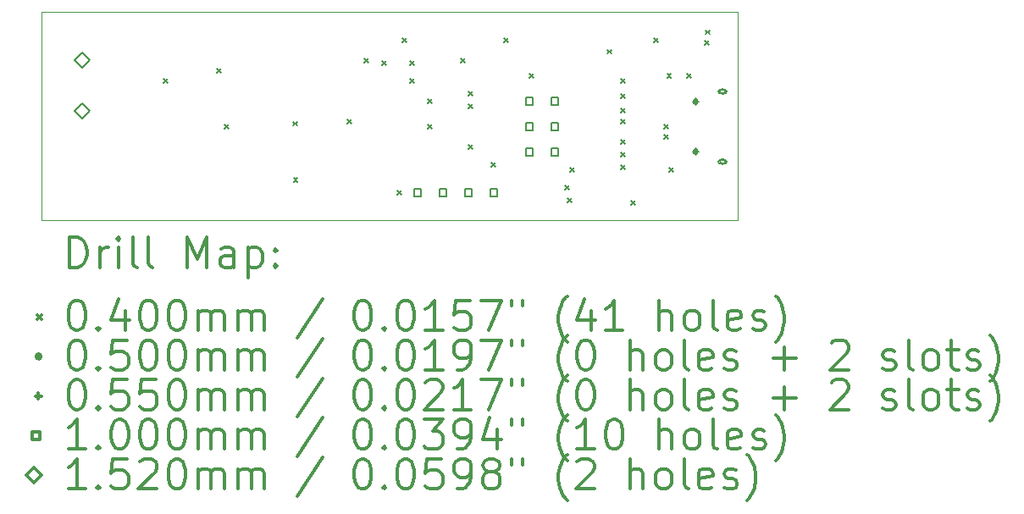
<source format=gbr>
%FSLAX45Y45*%
G04 Gerber Fmt 4.5, Leading zero omitted, Abs format (unit mm)*
G04 Created by KiCad (PCBNEW 5.1.12-84ad8e8a86~92~ubuntu20.04.1) date 2021-11-23 01:14:43*
%MOMM*%
%LPD*%
G01*
G04 APERTURE LIST*
%TA.AperFunction,Profile*%
%ADD10C,0.050000*%
%TD*%
%ADD11C,0.200000*%
%ADD12C,0.300000*%
G04 APERTURE END LIST*
D10*
X14376400Y-7010400D02*
X21336000Y-7010400D01*
X14376400Y-9093200D02*
X14376400Y-7010400D01*
X21336000Y-9093200D02*
X14376400Y-9093200D01*
X21336000Y-7010400D02*
X21336000Y-9093200D01*
D11*
X15601000Y-7676200D02*
X15641000Y-7716200D01*
X15641000Y-7676200D02*
X15601000Y-7716200D01*
X16131900Y-7577100D02*
X16171900Y-7617100D01*
X16171900Y-7577100D02*
X16131900Y-7617100D01*
X16210600Y-8133400D02*
X16250600Y-8173400D01*
X16250600Y-8133400D02*
X16210600Y-8173400D01*
X16891213Y-8104401D02*
X16931213Y-8144401D01*
X16931213Y-8104401D02*
X16891213Y-8144401D01*
X16898950Y-8664250D02*
X16938950Y-8704250D01*
X16938950Y-8664250D02*
X16898950Y-8704250D01*
X17438177Y-8080520D02*
X17478177Y-8120520D01*
X17478177Y-8080520D02*
X17438177Y-8120520D01*
X17607600Y-7473000D02*
X17647600Y-7513000D01*
X17647600Y-7473000D02*
X17607600Y-7513000D01*
X17785400Y-7498400D02*
X17825400Y-7538400D01*
X17825400Y-7498400D02*
X17785400Y-7538400D01*
X17937800Y-8793800D02*
X17977800Y-8833800D01*
X17977800Y-8793800D02*
X17937800Y-8833800D01*
X17988600Y-7269800D02*
X18028600Y-7309800D01*
X18028600Y-7269800D02*
X17988600Y-7309800D01*
X18064800Y-7498399D02*
X18104800Y-7538399D01*
X18104800Y-7498399D02*
X18064800Y-7538399D01*
X18064800Y-7676200D02*
X18104800Y-7716200D01*
X18104800Y-7676200D02*
X18064800Y-7716200D01*
X18242600Y-7879400D02*
X18282600Y-7919400D01*
X18282600Y-7879400D02*
X18242600Y-7919400D01*
X18242600Y-8133400D02*
X18282600Y-8173400D01*
X18282600Y-8133400D02*
X18242600Y-8173400D01*
X18572800Y-7473000D02*
X18612800Y-7513000D01*
X18612800Y-7473000D02*
X18572800Y-7513000D01*
X18649000Y-7803200D02*
X18689000Y-7843200D01*
X18689000Y-7803200D02*
X18649000Y-7843200D01*
X18649000Y-7930200D02*
X18689000Y-7970200D01*
X18689000Y-7930200D02*
X18649000Y-7970200D01*
X18649000Y-8336600D02*
X18689000Y-8376600D01*
X18689000Y-8336600D02*
X18649000Y-8376600D01*
X18877601Y-8514400D02*
X18917601Y-8554400D01*
X18917601Y-8514400D02*
X18877601Y-8554400D01*
X19004600Y-7269800D02*
X19044600Y-7309800D01*
X19044600Y-7269800D02*
X19004600Y-7309800D01*
X19258600Y-7625400D02*
X19298600Y-7665400D01*
X19298600Y-7625400D02*
X19258600Y-7665400D01*
X19614200Y-8743000D02*
X19654200Y-8783000D01*
X19654200Y-8743000D02*
X19614200Y-8783000D01*
X19639600Y-8870000D02*
X19679600Y-8910000D01*
X19679600Y-8870000D02*
X19639600Y-8910000D01*
X19665000Y-8565200D02*
X19705000Y-8605200D01*
X19705000Y-8565200D02*
X19665000Y-8605200D01*
X20032368Y-7384100D02*
X20072368Y-7424100D01*
X20072368Y-7384100D02*
X20032368Y-7424100D01*
X20168782Y-7973601D02*
X20208782Y-8013601D01*
X20208782Y-7973601D02*
X20168782Y-8013601D01*
X20173000Y-7676200D02*
X20213000Y-7716200D01*
X20213000Y-7676200D02*
X20173000Y-7716200D01*
X20173000Y-7828600D02*
X20213000Y-7868600D01*
X20213000Y-7828600D02*
X20173000Y-7868600D01*
X20173000Y-8082600D02*
X20213000Y-8122600D01*
X20213000Y-8082600D02*
X20173000Y-8122600D01*
X20173000Y-8285800D02*
X20213000Y-8325800D01*
X20213000Y-8285800D02*
X20173000Y-8325800D01*
X20173000Y-8412800D02*
X20213000Y-8452800D01*
X20213000Y-8412800D02*
X20173000Y-8452800D01*
X20173000Y-8539800D02*
X20213000Y-8579800D01*
X20213000Y-8539800D02*
X20173000Y-8579800D01*
X20274600Y-8895400D02*
X20314600Y-8935400D01*
X20314600Y-8895400D02*
X20274600Y-8935400D01*
X20500199Y-7269800D02*
X20540199Y-7309800D01*
X20540199Y-7269800D02*
X20500199Y-7309800D01*
X20604800Y-8133400D02*
X20644800Y-8173400D01*
X20644800Y-8133400D02*
X20604800Y-8173400D01*
X20604800Y-8235000D02*
X20644800Y-8275000D01*
X20644800Y-8235000D02*
X20604800Y-8275000D01*
X20630666Y-7624934D02*
X20670666Y-7664934D01*
X20670666Y-7624934D02*
X20630666Y-7664934D01*
X20655600Y-8565200D02*
X20695600Y-8605200D01*
X20695600Y-8565200D02*
X20655600Y-8605200D01*
X20833400Y-7625400D02*
X20873400Y-7665400D01*
X20873400Y-7625400D02*
X20833400Y-7665400D01*
X21011199Y-7295200D02*
X21051199Y-7335200D01*
X21051199Y-7295200D02*
X21011199Y-7335200D01*
X21014050Y-7190750D02*
X21054050Y-7230750D01*
X21054050Y-7190750D02*
X21014050Y-7230750D01*
X21211600Y-7803400D02*
G75*
G03*
X21211600Y-7803400I-25000J0D01*
G01*
X21154100Y-7818400D02*
X21219100Y-7818400D01*
X21154100Y-7788400D02*
X21219100Y-7788400D01*
X21219100Y-7818400D02*
G75*
G03*
X21219100Y-7788400I0J15000D01*
G01*
X21154100Y-7788400D02*
G75*
G03*
X21154100Y-7818400I0J-15000D01*
G01*
X21211600Y-8503400D02*
G75*
G03*
X21211600Y-8503400I-25000J0D01*
G01*
X21154100Y-8518400D02*
X21219100Y-8518400D01*
X21154100Y-8488400D02*
X21219100Y-8488400D01*
X21219100Y-8518400D02*
G75*
G03*
X21219100Y-8488400I0J15000D01*
G01*
X21154100Y-8488400D02*
G75*
G03*
X21154100Y-8518400I0J-15000D01*
G01*
X20916600Y-7875900D02*
X20916600Y-7930900D01*
X20889100Y-7903400D02*
X20944100Y-7903400D01*
X20934100Y-7918400D02*
X20934100Y-7888400D01*
X20899100Y-7918400D02*
X20899100Y-7888400D01*
X20934100Y-7888400D02*
G75*
G03*
X20899100Y-7888400I-17500J0D01*
G01*
X20899100Y-7918400D02*
G75*
G03*
X20934100Y-7918400I17500J0D01*
G01*
X20916600Y-8375900D02*
X20916600Y-8430900D01*
X20889100Y-8403400D02*
X20944100Y-8403400D01*
X20934100Y-8418400D02*
X20934100Y-8388400D01*
X20899100Y-8418400D02*
X20899100Y-8388400D01*
X20934100Y-8388400D02*
G75*
G03*
X20899100Y-8388400I-17500J0D01*
G01*
X20899100Y-8418400D02*
G75*
G03*
X20934100Y-8418400I17500J0D01*
G01*
X18170956Y-8849156D02*
X18170956Y-8778444D01*
X18100244Y-8778444D01*
X18100244Y-8849156D01*
X18170956Y-8849156D01*
X18424956Y-8849156D02*
X18424956Y-8778444D01*
X18354244Y-8778444D01*
X18354244Y-8849156D01*
X18424956Y-8849156D01*
X18678956Y-8849156D02*
X18678956Y-8778444D01*
X18608244Y-8778444D01*
X18608244Y-8849156D01*
X18678956Y-8849156D01*
X18932956Y-8849156D02*
X18932956Y-8778444D01*
X18862244Y-8778444D01*
X18862244Y-8849156D01*
X18932956Y-8849156D01*
X19288556Y-7934756D02*
X19288556Y-7864044D01*
X19217844Y-7864044D01*
X19217844Y-7934756D01*
X19288556Y-7934756D01*
X19288556Y-8188756D02*
X19288556Y-8118044D01*
X19217844Y-8118044D01*
X19217844Y-8188756D01*
X19288556Y-8188756D01*
X19288556Y-8442756D02*
X19288556Y-8372044D01*
X19217844Y-8372044D01*
X19217844Y-8442756D01*
X19288556Y-8442756D01*
X19542556Y-7934756D02*
X19542556Y-7864044D01*
X19471844Y-7864044D01*
X19471844Y-7934756D01*
X19542556Y-7934756D01*
X19542556Y-8188756D02*
X19542556Y-8118044D01*
X19471844Y-8118044D01*
X19471844Y-8188756D01*
X19542556Y-8188756D01*
X19542556Y-8442756D02*
X19542556Y-8372044D01*
X19471844Y-8372044D01*
X19471844Y-8442756D01*
X19542556Y-8442756D01*
X14782800Y-7569000D02*
X14858800Y-7493000D01*
X14782800Y-7417000D01*
X14706800Y-7493000D01*
X14782800Y-7569000D01*
X14782800Y-8077000D02*
X14858800Y-8001000D01*
X14782800Y-7925000D01*
X14706800Y-8001000D01*
X14782800Y-8077000D01*
D12*
X14660328Y-9561414D02*
X14660328Y-9261414D01*
X14731757Y-9261414D01*
X14774614Y-9275700D01*
X14803186Y-9304272D01*
X14817471Y-9332843D01*
X14831757Y-9389986D01*
X14831757Y-9432843D01*
X14817471Y-9489986D01*
X14803186Y-9518557D01*
X14774614Y-9547129D01*
X14731757Y-9561414D01*
X14660328Y-9561414D01*
X14960328Y-9561414D02*
X14960328Y-9361414D01*
X14960328Y-9418557D02*
X14974614Y-9389986D01*
X14988900Y-9375700D01*
X15017471Y-9361414D01*
X15046043Y-9361414D01*
X15146043Y-9561414D02*
X15146043Y-9361414D01*
X15146043Y-9261414D02*
X15131757Y-9275700D01*
X15146043Y-9289986D01*
X15160328Y-9275700D01*
X15146043Y-9261414D01*
X15146043Y-9289986D01*
X15331757Y-9561414D02*
X15303186Y-9547129D01*
X15288900Y-9518557D01*
X15288900Y-9261414D01*
X15488900Y-9561414D02*
X15460328Y-9547129D01*
X15446043Y-9518557D01*
X15446043Y-9261414D01*
X15831757Y-9561414D02*
X15831757Y-9261414D01*
X15931757Y-9475700D01*
X16031757Y-9261414D01*
X16031757Y-9561414D01*
X16303186Y-9561414D02*
X16303186Y-9404272D01*
X16288900Y-9375700D01*
X16260328Y-9361414D01*
X16203186Y-9361414D01*
X16174614Y-9375700D01*
X16303186Y-9547129D02*
X16274614Y-9561414D01*
X16203186Y-9561414D01*
X16174614Y-9547129D01*
X16160328Y-9518557D01*
X16160328Y-9489986D01*
X16174614Y-9461414D01*
X16203186Y-9447129D01*
X16274614Y-9447129D01*
X16303186Y-9432843D01*
X16446043Y-9361414D02*
X16446043Y-9661414D01*
X16446043Y-9375700D02*
X16474614Y-9361414D01*
X16531757Y-9361414D01*
X16560328Y-9375700D01*
X16574614Y-9389986D01*
X16588900Y-9418557D01*
X16588900Y-9504272D01*
X16574614Y-9532843D01*
X16560328Y-9547129D01*
X16531757Y-9561414D01*
X16474614Y-9561414D01*
X16446043Y-9547129D01*
X16717471Y-9532843D02*
X16731757Y-9547129D01*
X16717471Y-9561414D01*
X16703186Y-9547129D01*
X16717471Y-9532843D01*
X16717471Y-9561414D01*
X16717471Y-9375700D02*
X16731757Y-9389986D01*
X16717471Y-9404272D01*
X16703186Y-9389986D01*
X16717471Y-9375700D01*
X16717471Y-9404272D01*
X14333900Y-10035700D02*
X14373900Y-10075700D01*
X14373900Y-10035700D02*
X14333900Y-10075700D01*
X14717471Y-9891414D02*
X14746043Y-9891414D01*
X14774614Y-9905700D01*
X14788900Y-9919986D01*
X14803186Y-9948557D01*
X14817471Y-10005700D01*
X14817471Y-10077129D01*
X14803186Y-10134272D01*
X14788900Y-10162843D01*
X14774614Y-10177129D01*
X14746043Y-10191414D01*
X14717471Y-10191414D01*
X14688900Y-10177129D01*
X14674614Y-10162843D01*
X14660328Y-10134272D01*
X14646043Y-10077129D01*
X14646043Y-10005700D01*
X14660328Y-9948557D01*
X14674614Y-9919986D01*
X14688900Y-9905700D01*
X14717471Y-9891414D01*
X14946043Y-10162843D02*
X14960328Y-10177129D01*
X14946043Y-10191414D01*
X14931757Y-10177129D01*
X14946043Y-10162843D01*
X14946043Y-10191414D01*
X15217471Y-9991414D02*
X15217471Y-10191414D01*
X15146043Y-9877129D02*
X15074614Y-10091414D01*
X15260328Y-10091414D01*
X15431757Y-9891414D02*
X15460328Y-9891414D01*
X15488900Y-9905700D01*
X15503186Y-9919986D01*
X15517471Y-9948557D01*
X15531757Y-10005700D01*
X15531757Y-10077129D01*
X15517471Y-10134272D01*
X15503186Y-10162843D01*
X15488900Y-10177129D01*
X15460328Y-10191414D01*
X15431757Y-10191414D01*
X15403186Y-10177129D01*
X15388900Y-10162843D01*
X15374614Y-10134272D01*
X15360328Y-10077129D01*
X15360328Y-10005700D01*
X15374614Y-9948557D01*
X15388900Y-9919986D01*
X15403186Y-9905700D01*
X15431757Y-9891414D01*
X15717471Y-9891414D02*
X15746043Y-9891414D01*
X15774614Y-9905700D01*
X15788900Y-9919986D01*
X15803186Y-9948557D01*
X15817471Y-10005700D01*
X15817471Y-10077129D01*
X15803186Y-10134272D01*
X15788900Y-10162843D01*
X15774614Y-10177129D01*
X15746043Y-10191414D01*
X15717471Y-10191414D01*
X15688900Y-10177129D01*
X15674614Y-10162843D01*
X15660328Y-10134272D01*
X15646043Y-10077129D01*
X15646043Y-10005700D01*
X15660328Y-9948557D01*
X15674614Y-9919986D01*
X15688900Y-9905700D01*
X15717471Y-9891414D01*
X15946043Y-10191414D02*
X15946043Y-9991414D01*
X15946043Y-10019986D02*
X15960328Y-10005700D01*
X15988900Y-9991414D01*
X16031757Y-9991414D01*
X16060328Y-10005700D01*
X16074614Y-10034272D01*
X16074614Y-10191414D01*
X16074614Y-10034272D02*
X16088900Y-10005700D01*
X16117471Y-9991414D01*
X16160328Y-9991414D01*
X16188900Y-10005700D01*
X16203186Y-10034272D01*
X16203186Y-10191414D01*
X16346043Y-10191414D02*
X16346043Y-9991414D01*
X16346043Y-10019986D02*
X16360328Y-10005700D01*
X16388900Y-9991414D01*
X16431757Y-9991414D01*
X16460328Y-10005700D01*
X16474614Y-10034272D01*
X16474614Y-10191414D01*
X16474614Y-10034272D02*
X16488900Y-10005700D01*
X16517471Y-9991414D01*
X16560328Y-9991414D01*
X16588900Y-10005700D01*
X16603186Y-10034272D01*
X16603186Y-10191414D01*
X17188900Y-9877129D02*
X16931757Y-10262843D01*
X17574614Y-9891414D02*
X17603186Y-9891414D01*
X17631757Y-9905700D01*
X17646043Y-9919986D01*
X17660328Y-9948557D01*
X17674614Y-10005700D01*
X17674614Y-10077129D01*
X17660328Y-10134272D01*
X17646043Y-10162843D01*
X17631757Y-10177129D01*
X17603186Y-10191414D01*
X17574614Y-10191414D01*
X17546043Y-10177129D01*
X17531757Y-10162843D01*
X17517471Y-10134272D01*
X17503186Y-10077129D01*
X17503186Y-10005700D01*
X17517471Y-9948557D01*
X17531757Y-9919986D01*
X17546043Y-9905700D01*
X17574614Y-9891414D01*
X17803186Y-10162843D02*
X17817471Y-10177129D01*
X17803186Y-10191414D01*
X17788900Y-10177129D01*
X17803186Y-10162843D01*
X17803186Y-10191414D01*
X18003186Y-9891414D02*
X18031757Y-9891414D01*
X18060328Y-9905700D01*
X18074614Y-9919986D01*
X18088900Y-9948557D01*
X18103186Y-10005700D01*
X18103186Y-10077129D01*
X18088900Y-10134272D01*
X18074614Y-10162843D01*
X18060328Y-10177129D01*
X18031757Y-10191414D01*
X18003186Y-10191414D01*
X17974614Y-10177129D01*
X17960328Y-10162843D01*
X17946043Y-10134272D01*
X17931757Y-10077129D01*
X17931757Y-10005700D01*
X17946043Y-9948557D01*
X17960328Y-9919986D01*
X17974614Y-9905700D01*
X18003186Y-9891414D01*
X18388900Y-10191414D02*
X18217471Y-10191414D01*
X18303186Y-10191414D02*
X18303186Y-9891414D01*
X18274614Y-9934272D01*
X18246043Y-9962843D01*
X18217471Y-9977129D01*
X18660328Y-9891414D02*
X18517471Y-9891414D01*
X18503186Y-10034272D01*
X18517471Y-10019986D01*
X18546043Y-10005700D01*
X18617471Y-10005700D01*
X18646043Y-10019986D01*
X18660328Y-10034272D01*
X18674614Y-10062843D01*
X18674614Y-10134272D01*
X18660328Y-10162843D01*
X18646043Y-10177129D01*
X18617471Y-10191414D01*
X18546043Y-10191414D01*
X18517471Y-10177129D01*
X18503186Y-10162843D01*
X18774614Y-9891414D02*
X18974614Y-9891414D01*
X18846043Y-10191414D01*
X19074614Y-9891414D02*
X19074614Y-9948557D01*
X19188900Y-9891414D02*
X19188900Y-9948557D01*
X19631757Y-10305700D02*
X19617471Y-10291414D01*
X19588900Y-10248557D01*
X19574614Y-10219986D01*
X19560328Y-10177129D01*
X19546043Y-10105700D01*
X19546043Y-10048557D01*
X19560328Y-9977129D01*
X19574614Y-9934272D01*
X19588900Y-9905700D01*
X19617471Y-9862843D01*
X19631757Y-9848557D01*
X19874614Y-9991414D02*
X19874614Y-10191414D01*
X19803186Y-9877129D02*
X19731757Y-10091414D01*
X19917471Y-10091414D01*
X20188900Y-10191414D02*
X20017471Y-10191414D01*
X20103186Y-10191414D02*
X20103186Y-9891414D01*
X20074614Y-9934272D01*
X20046043Y-9962843D01*
X20017471Y-9977129D01*
X20546043Y-10191414D02*
X20546043Y-9891414D01*
X20674614Y-10191414D02*
X20674614Y-10034272D01*
X20660328Y-10005700D01*
X20631757Y-9991414D01*
X20588900Y-9991414D01*
X20560328Y-10005700D01*
X20546043Y-10019986D01*
X20860328Y-10191414D02*
X20831757Y-10177129D01*
X20817471Y-10162843D01*
X20803186Y-10134272D01*
X20803186Y-10048557D01*
X20817471Y-10019986D01*
X20831757Y-10005700D01*
X20860328Y-9991414D01*
X20903186Y-9991414D01*
X20931757Y-10005700D01*
X20946043Y-10019986D01*
X20960328Y-10048557D01*
X20960328Y-10134272D01*
X20946043Y-10162843D01*
X20931757Y-10177129D01*
X20903186Y-10191414D01*
X20860328Y-10191414D01*
X21131757Y-10191414D02*
X21103186Y-10177129D01*
X21088900Y-10148557D01*
X21088900Y-9891414D01*
X21360328Y-10177129D02*
X21331757Y-10191414D01*
X21274614Y-10191414D01*
X21246043Y-10177129D01*
X21231757Y-10148557D01*
X21231757Y-10034272D01*
X21246043Y-10005700D01*
X21274614Y-9991414D01*
X21331757Y-9991414D01*
X21360328Y-10005700D01*
X21374614Y-10034272D01*
X21374614Y-10062843D01*
X21231757Y-10091414D01*
X21488900Y-10177129D02*
X21517471Y-10191414D01*
X21574614Y-10191414D01*
X21603186Y-10177129D01*
X21617471Y-10148557D01*
X21617471Y-10134272D01*
X21603186Y-10105700D01*
X21574614Y-10091414D01*
X21531757Y-10091414D01*
X21503186Y-10077129D01*
X21488900Y-10048557D01*
X21488900Y-10034272D01*
X21503186Y-10005700D01*
X21531757Y-9991414D01*
X21574614Y-9991414D01*
X21603186Y-10005700D01*
X21717471Y-10305700D02*
X21731757Y-10291414D01*
X21760328Y-10248557D01*
X21774614Y-10219986D01*
X21788900Y-10177129D01*
X21803186Y-10105700D01*
X21803186Y-10048557D01*
X21788900Y-9977129D01*
X21774614Y-9934272D01*
X21760328Y-9905700D01*
X21731757Y-9862843D01*
X21717471Y-9848557D01*
X14373900Y-10451700D02*
G75*
G03*
X14373900Y-10451700I-25000J0D01*
G01*
X14717471Y-10287414D02*
X14746043Y-10287414D01*
X14774614Y-10301700D01*
X14788900Y-10315986D01*
X14803186Y-10344557D01*
X14817471Y-10401700D01*
X14817471Y-10473129D01*
X14803186Y-10530272D01*
X14788900Y-10558843D01*
X14774614Y-10573129D01*
X14746043Y-10587414D01*
X14717471Y-10587414D01*
X14688900Y-10573129D01*
X14674614Y-10558843D01*
X14660328Y-10530272D01*
X14646043Y-10473129D01*
X14646043Y-10401700D01*
X14660328Y-10344557D01*
X14674614Y-10315986D01*
X14688900Y-10301700D01*
X14717471Y-10287414D01*
X14946043Y-10558843D02*
X14960328Y-10573129D01*
X14946043Y-10587414D01*
X14931757Y-10573129D01*
X14946043Y-10558843D01*
X14946043Y-10587414D01*
X15231757Y-10287414D02*
X15088900Y-10287414D01*
X15074614Y-10430272D01*
X15088900Y-10415986D01*
X15117471Y-10401700D01*
X15188900Y-10401700D01*
X15217471Y-10415986D01*
X15231757Y-10430272D01*
X15246043Y-10458843D01*
X15246043Y-10530272D01*
X15231757Y-10558843D01*
X15217471Y-10573129D01*
X15188900Y-10587414D01*
X15117471Y-10587414D01*
X15088900Y-10573129D01*
X15074614Y-10558843D01*
X15431757Y-10287414D02*
X15460328Y-10287414D01*
X15488900Y-10301700D01*
X15503186Y-10315986D01*
X15517471Y-10344557D01*
X15531757Y-10401700D01*
X15531757Y-10473129D01*
X15517471Y-10530272D01*
X15503186Y-10558843D01*
X15488900Y-10573129D01*
X15460328Y-10587414D01*
X15431757Y-10587414D01*
X15403186Y-10573129D01*
X15388900Y-10558843D01*
X15374614Y-10530272D01*
X15360328Y-10473129D01*
X15360328Y-10401700D01*
X15374614Y-10344557D01*
X15388900Y-10315986D01*
X15403186Y-10301700D01*
X15431757Y-10287414D01*
X15717471Y-10287414D02*
X15746043Y-10287414D01*
X15774614Y-10301700D01*
X15788900Y-10315986D01*
X15803186Y-10344557D01*
X15817471Y-10401700D01*
X15817471Y-10473129D01*
X15803186Y-10530272D01*
X15788900Y-10558843D01*
X15774614Y-10573129D01*
X15746043Y-10587414D01*
X15717471Y-10587414D01*
X15688900Y-10573129D01*
X15674614Y-10558843D01*
X15660328Y-10530272D01*
X15646043Y-10473129D01*
X15646043Y-10401700D01*
X15660328Y-10344557D01*
X15674614Y-10315986D01*
X15688900Y-10301700D01*
X15717471Y-10287414D01*
X15946043Y-10587414D02*
X15946043Y-10387414D01*
X15946043Y-10415986D02*
X15960328Y-10401700D01*
X15988900Y-10387414D01*
X16031757Y-10387414D01*
X16060328Y-10401700D01*
X16074614Y-10430272D01*
X16074614Y-10587414D01*
X16074614Y-10430272D02*
X16088900Y-10401700D01*
X16117471Y-10387414D01*
X16160328Y-10387414D01*
X16188900Y-10401700D01*
X16203186Y-10430272D01*
X16203186Y-10587414D01*
X16346043Y-10587414D02*
X16346043Y-10387414D01*
X16346043Y-10415986D02*
X16360328Y-10401700D01*
X16388900Y-10387414D01*
X16431757Y-10387414D01*
X16460328Y-10401700D01*
X16474614Y-10430272D01*
X16474614Y-10587414D01*
X16474614Y-10430272D02*
X16488900Y-10401700D01*
X16517471Y-10387414D01*
X16560328Y-10387414D01*
X16588900Y-10401700D01*
X16603186Y-10430272D01*
X16603186Y-10587414D01*
X17188900Y-10273129D02*
X16931757Y-10658843D01*
X17574614Y-10287414D02*
X17603186Y-10287414D01*
X17631757Y-10301700D01*
X17646043Y-10315986D01*
X17660328Y-10344557D01*
X17674614Y-10401700D01*
X17674614Y-10473129D01*
X17660328Y-10530272D01*
X17646043Y-10558843D01*
X17631757Y-10573129D01*
X17603186Y-10587414D01*
X17574614Y-10587414D01*
X17546043Y-10573129D01*
X17531757Y-10558843D01*
X17517471Y-10530272D01*
X17503186Y-10473129D01*
X17503186Y-10401700D01*
X17517471Y-10344557D01*
X17531757Y-10315986D01*
X17546043Y-10301700D01*
X17574614Y-10287414D01*
X17803186Y-10558843D02*
X17817471Y-10573129D01*
X17803186Y-10587414D01*
X17788900Y-10573129D01*
X17803186Y-10558843D01*
X17803186Y-10587414D01*
X18003186Y-10287414D02*
X18031757Y-10287414D01*
X18060328Y-10301700D01*
X18074614Y-10315986D01*
X18088900Y-10344557D01*
X18103186Y-10401700D01*
X18103186Y-10473129D01*
X18088900Y-10530272D01*
X18074614Y-10558843D01*
X18060328Y-10573129D01*
X18031757Y-10587414D01*
X18003186Y-10587414D01*
X17974614Y-10573129D01*
X17960328Y-10558843D01*
X17946043Y-10530272D01*
X17931757Y-10473129D01*
X17931757Y-10401700D01*
X17946043Y-10344557D01*
X17960328Y-10315986D01*
X17974614Y-10301700D01*
X18003186Y-10287414D01*
X18388900Y-10587414D02*
X18217471Y-10587414D01*
X18303186Y-10587414D02*
X18303186Y-10287414D01*
X18274614Y-10330272D01*
X18246043Y-10358843D01*
X18217471Y-10373129D01*
X18531757Y-10587414D02*
X18588900Y-10587414D01*
X18617471Y-10573129D01*
X18631757Y-10558843D01*
X18660328Y-10515986D01*
X18674614Y-10458843D01*
X18674614Y-10344557D01*
X18660328Y-10315986D01*
X18646043Y-10301700D01*
X18617471Y-10287414D01*
X18560328Y-10287414D01*
X18531757Y-10301700D01*
X18517471Y-10315986D01*
X18503186Y-10344557D01*
X18503186Y-10415986D01*
X18517471Y-10444557D01*
X18531757Y-10458843D01*
X18560328Y-10473129D01*
X18617471Y-10473129D01*
X18646043Y-10458843D01*
X18660328Y-10444557D01*
X18674614Y-10415986D01*
X18774614Y-10287414D02*
X18974614Y-10287414D01*
X18846043Y-10587414D01*
X19074614Y-10287414D02*
X19074614Y-10344557D01*
X19188900Y-10287414D02*
X19188900Y-10344557D01*
X19631757Y-10701700D02*
X19617471Y-10687414D01*
X19588900Y-10644557D01*
X19574614Y-10615986D01*
X19560328Y-10573129D01*
X19546043Y-10501700D01*
X19546043Y-10444557D01*
X19560328Y-10373129D01*
X19574614Y-10330272D01*
X19588900Y-10301700D01*
X19617471Y-10258843D01*
X19631757Y-10244557D01*
X19803186Y-10287414D02*
X19831757Y-10287414D01*
X19860328Y-10301700D01*
X19874614Y-10315986D01*
X19888900Y-10344557D01*
X19903186Y-10401700D01*
X19903186Y-10473129D01*
X19888900Y-10530272D01*
X19874614Y-10558843D01*
X19860328Y-10573129D01*
X19831757Y-10587414D01*
X19803186Y-10587414D01*
X19774614Y-10573129D01*
X19760328Y-10558843D01*
X19746043Y-10530272D01*
X19731757Y-10473129D01*
X19731757Y-10401700D01*
X19746043Y-10344557D01*
X19760328Y-10315986D01*
X19774614Y-10301700D01*
X19803186Y-10287414D01*
X20260328Y-10587414D02*
X20260328Y-10287414D01*
X20388900Y-10587414D02*
X20388900Y-10430272D01*
X20374614Y-10401700D01*
X20346043Y-10387414D01*
X20303186Y-10387414D01*
X20274614Y-10401700D01*
X20260328Y-10415986D01*
X20574614Y-10587414D02*
X20546043Y-10573129D01*
X20531757Y-10558843D01*
X20517471Y-10530272D01*
X20517471Y-10444557D01*
X20531757Y-10415986D01*
X20546043Y-10401700D01*
X20574614Y-10387414D01*
X20617471Y-10387414D01*
X20646043Y-10401700D01*
X20660328Y-10415986D01*
X20674614Y-10444557D01*
X20674614Y-10530272D01*
X20660328Y-10558843D01*
X20646043Y-10573129D01*
X20617471Y-10587414D01*
X20574614Y-10587414D01*
X20846043Y-10587414D02*
X20817471Y-10573129D01*
X20803186Y-10544557D01*
X20803186Y-10287414D01*
X21074614Y-10573129D02*
X21046043Y-10587414D01*
X20988900Y-10587414D01*
X20960328Y-10573129D01*
X20946043Y-10544557D01*
X20946043Y-10430272D01*
X20960328Y-10401700D01*
X20988900Y-10387414D01*
X21046043Y-10387414D01*
X21074614Y-10401700D01*
X21088900Y-10430272D01*
X21088900Y-10458843D01*
X20946043Y-10487414D01*
X21203186Y-10573129D02*
X21231757Y-10587414D01*
X21288900Y-10587414D01*
X21317471Y-10573129D01*
X21331757Y-10544557D01*
X21331757Y-10530272D01*
X21317471Y-10501700D01*
X21288900Y-10487414D01*
X21246043Y-10487414D01*
X21217471Y-10473129D01*
X21203186Y-10444557D01*
X21203186Y-10430272D01*
X21217471Y-10401700D01*
X21246043Y-10387414D01*
X21288900Y-10387414D01*
X21317471Y-10401700D01*
X21688900Y-10473129D02*
X21917471Y-10473129D01*
X21803186Y-10587414D02*
X21803186Y-10358843D01*
X22274614Y-10315986D02*
X22288900Y-10301700D01*
X22317471Y-10287414D01*
X22388900Y-10287414D01*
X22417471Y-10301700D01*
X22431757Y-10315986D01*
X22446043Y-10344557D01*
X22446043Y-10373129D01*
X22431757Y-10415986D01*
X22260328Y-10587414D01*
X22446043Y-10587414D01*
X22788900Y-10573129D02*
X22817471Y-10587414D01*
X22874614Y-10587414D01*
X22903186Y-10573129D01*
X22917471Y-10544557D01*
X22917471Y-10530272D01*
X22903186Y-10501700D01*
X22874614Y-10487414D01*
X22831757Y-10487414D01*
X22803186Y-10473129D01*
X22788900Y-10444557D01*
X22788900Y-10430272D01*
X22803186Y-10401700D01*
X22831757Y-10387414D01*
X22874614Y-10387414D01*
X22903186Y-10401700D01*
X23088900Y-10587414D02*
X23060328Y-10573129D01*
X23046043Y-10544557D01*
X23046043Y-10287414D01*
X23246043Y-10587414D02*
X23217471Y-10573129D01*
X23203186Y-10558843D01*
X23188900Y-10530272D01*
X23188900Y-10444557D01*
X23203186Y-10415986D01*
X23217471Y-10401700D01*
X23246043Y-10387414D01*
X23288900Y-10387414D01*
X23317471Y-10401700D01*
X23331757Y-10415986D01*
X23346043Y-10444557D01*
X23346043Y-10530272D01*
X23331757Y-10558843D01*
X23317471Y-10573129D01*
X23288900Y-10587414D01*
X23246043Y-10587414D01*
X23431757Y-10387414D02*
X23546043Y-10387414D01*
X23474614Y-10287414D02*
X23474614Y-10544557D01*
X23488900Y-10573129D01*
X23517471Y-10587414D01*
X23546043Y-10587414D01*
X23631757Y-10573129D02*
X23660328Y-10587414D01*
X23717471Y-10587414D01*
X23746043Y-10573129D01*
X23760328Y-10544557D01*
X23760328Y-10530272D01*
X23746043Y-10501700D01*
X23717471Y-10487414D01*
X23674614Y-10487414D01*
X23646043Y-10473129D01*
X23631757Y-10444557D01*
X23631757Y-10430272D01*
X23646043Y-10401700D01*
X23674614Y-10387414D01*
X23717471Y-10387414D01*
X23746043Y-10401700D01*
X23860328Y-10701700D02*
X23874614Y-10687414D01*
X23903186Y-10644557D01*
X23917471Y-10615986D01*
X23931757Y-10573129D01*
X23946043Y-10501700D01*
X23946043Y-10444557D01*
X23931757Y-10373129D01*
X23917471Y-10330272D01*
X23903186Y-10301700D01*
X23874614Y-10258843D01*
X23860328Y-10244557D01*
X14346400Y-10820200D02*
X14346400Y-10875200D01*
X14318900Y-10847700D02*
X14373900Y-10847700D01*
X14717471Y-10683414D02*
X14746043Y-10683414D01*
X14774614Y-10697700D01*
X14788900Y-10711986D01*
X14803186Y-10740557D01*
X14817471Y-10797700D01*
X14817471Y-10869129D01*
X14803186Y-10926272D01*
X14788900Y-10954843D01*
X14774614Y-10969129D01*
X14746043Y-10983414D01*
X14717471Y-10983414D01*
X14688900Y-10969129D01*
X14674614Y-10954843D01*
X14660328Y-10926272D01*
X14646043Y-10869129D01*
X14646043Y-10797700D01*
X14660328Y-10740557D01*
X14674614Y-10711986D01*
X14688900Y-10697700D01*
X14717471Y-10683414D01*
X14946043Y-10954843D02*
X14960328Y-10969129D01*
X14946043Y-10983414D01*
X14931757Y-10969129D01*
X14946043Y-10954843D01*
X14946043Y-10983414D01*
X15231757Y-10683414D02*
X15088900Y-10683414D01*
X15074614Y-10826272D01*
X15088900Y-10811986D01*
X15117471Y-10797700D01*
X15188900Y-10797700D01*
X15217471Y-10811986D01*
X15231757Y-10826272D01*
X15246043Y-10854843D01*
X15246043Y-10926272D01*
X15231757Y-10954843D01*
X15217471Y-10969129D01*
X15188900Y-10983414D01*
X15117471Y-10983414D01*
X15088900Y-10969129D01*
X15074614Y-10954843D01*
X15517471Y-10683414D02*
X15374614Y-10683414D01*
X15360328Y-10826272D01*
X15374614Y-10811986D01*
X15403186Y-10797700D01*
X15474614Y-10797700D01*
X15503186Y-10811986D01*
X15517471Y-10826272D01*
X15531757Y-10854843D01*
X15531757Y-10926272D01*
X15517471Y-10954843D01*
X15503186Y-10969129D01*
X15474614Y-10983414D01*
X15403186Y-10983414D01*
X15374614Y-10969129D01*
X15360328Y-10954843D01*
X15717471Y-10683414D02*
X15746043Y-10683414D01*
X15774614Y-10697700D01*
X15788900Y-10711986D01*
X15803186Y-10740557D01*
X15817471Y-10797700D01*
X15817471Y-10869129D01*
X15803186Y-10926272D01*
X15788900Y-10954843D01*
X15774614Y-10969129D01*
X15746043Y-10983414D01*
X15717471Y-10983414D01*
X15688900Y-10969129D01*
X15674614Y-10954843D01*
X15660328Y-10926272D01*
X15646043Y-10869129D01*
X15646043Y-10797700D01*
X15660328Y-10740557D01*
X15674614Y-10711986D01*
X15688900Y-10697700D01*
X15717471Y-10683414D01*
X15946043Y-10983414D02*
X15946043Y-10783414D01*
X15946043Y-10811986D02*
X15960328Y-10797700D01*
X15988900Y-10783414D01*
X16031757Y-10783414D01*
X16060328Y-10797700D01*
X16074614Y-10826272D01*
X16074614Y-10983414D01*
X16074614Y-10826272D02*
X16088900Y-10797700D01*
X16117471Y-10783414D01*
X16160328Y-10783414D01*
X16188900Y-10797700D01*
X16203186Y-10826272D01*
X16203186Y-10983414D01*
X16346043Y-10983414D02*
X16346043Y-10783414D01*
X16346043Y-10811986D02*
X16360328Y-10797700D01*
X16388900Y-10783414D01*
X16431757Y-10783414D01*
X16460328Y-10797700D01*
X16474614Y-10826272D01*
X16474614Y-10983414D01*
X16474614Y-10826272D02*
X16488900Y-10797700D01*
X16517471Y-10783414D01*
X16560328Y-10783414D01*
X16588900Y-10797700D01*
X16603186Y-10826272D01*
X16603186Y-10983414D01*
X17188900Y-10669129D02*
X16931757Y-11054843D01*
X17574614Y-10683414D02*
X17603186Y-10683414D01*
X17631757Y-10697700D01*
X17646043Y-10711986D01*
X17660328Y-10740557D01*
X17674614Y-10797700D01*
X17674614Y-10869129D01*
X17660328Y-10926272D01*
X17646043Y-10954843D01*
X17631757Y-10969129D01*
X17603186Y-10983414D01*
X17574614Y-10983414D01*
X17546043Y-10969129D01*
X17531757Y-10954843D01*
X17517471Y-10926272D01*
X17503186Y-10869129D01*
X17503186Y-10797700D01*
X17517471Y-10740557D01*
X17531757Y-10711986D01*
X17546043Y-10697700D01*
X17574614Y-10683414D01*
X17803186Y-10954843D02*
X17817471Y-10969129D01*
X17803186Y-10983414D01*
X17788900Y-10969129D01*
X17803186Y-10954843D01*
X17803186Y-10983414D01*
X18003186Y-10683414D02*
X18031757Y-10683414D01*
X18060328Y-10697700D01*
X18074614Y-10711986D01*
X18088900Y-10740557D01*
X18103186Y-10797700D01*
X18103186Y-10869129D01*
X18088900Y-10926272D01*
X18074614Y-10954843D01*
X18060328Y-10969129D01*
X18031757Y-10983414D01*
X18003186Y-10983414D01*
X17974614Y-10969129D01*
X17960328Y-10954843D01*
X17946043Y-10926272D01*
X17931757Y-10869129D01*
X17931757Y-10797700D01*
X17946043Y-10740557D01*
X17960328Y-10711986D01*
X17974614Y-10697700D01*
X18003186Y-10683414D01*
X18217471Y-10711986D02*
X18231757Y-10697700D01*
X18260328Y-10683414D01*
X18331757Y-10683414D01*
X18360328Y-10697700D01*
X18374614Y-10711986D01*
X18388900Y-10740557D01*
X18388900Y-10769129D01*
X18374614Y-10811986D01*
X18203186Y-10983414D01*
X18388900Y-10983414D01*
X18674614Y-10983414D02*
X18503186Y-10983414D01*
X18588900Y-10983414D02*
X18588900Y-10683414D01*
X18560328Y-10726272D01*
X18531757Y-10754843D01*
X18503186Y-10769129D01*
X18774614Y-10683414D02*
X18974614Y-10683414D01*
X18846043Y-10983414D01*
X19074614Y-10683414D02*
X19074614Y-10740557D01*
X19188900Y-10683414D02*
X19188900Y-10740557D01*
X19631757Y-11097700D02*
X19617471Y-11083414D01*
X19588900Y-11040557D01*
X19574614Y-11011986D01*
X19560328Y-10969129D01*
X19546043Y-10897700D01*
X19546043Y-10840557D01*
X19560328Y-10769129D01*
X19574614Y-10726272D01*
X19588900Y-10697700D01*
X19617471Y-10654843D01*
X19631757Y-10640557D01*
X19803186Y-10683414D02*
X19831757Y-10683414D01*
X19860328Y-10697700D01*
X19874614Y-10711986D01*
X19888900Y-10740557D01*
X19903186Y-10797700D01*
X19903186Y-10869129D01*
X19888900Y-10926272D01*
X19874614Y-10954843D01*
X19860328Y-10969129D01*
X19831757Y-10983414D01*
X19803186Y-10983414D01*
X19774614Y-10969129D01*
X19760328Y-10954843D01*
X19746043Y-10926272D01*
X19731757Y-10869129D01*
X19731757Y-10797700D01*
X19746043Y-10740557D01*
X19760328Y-10711986D01*
X19774614Y-10697700D01*
X19803186Y-10683414D01*
X20260328Y-10983414D02*
X20260328Y-10683414D01*
X20388900Y-10983414D02*
X20388900Y-10826272D01*
X20374614Y-10797700D01*
X20346043Y-10783414D01*
X20303186Y-10783414D01*
X20274614Y-10797700D01*
X20260328Y-10811986D01*
X20574614Y-10983414D02*
X20546043Y-10969129D01*
X20531757Y-10954843D01*
X20517471Y-10926272D01*
X20517471Y-10840557D01*
X20531757Y-10811986D01*
X20546043Y-10797700D01*
X20574614Y-10783414D01*
X20617471Y-10783414D01*
X20646043Y-10797700D01*
X20660328Y-10811986D01*
X20674614Y-10840557D01*
X20674614Y-10926272D01*
X20660328Y-10954843D01*
X20646043Y-10969129D01*
X20617471Y-10983414D01*
X20574614Y-10983414D01*
X20846043Y-10983414D02*
X20817471Y-10969129D01*
X20803186Y-10940557D01*
X20803186Y-10683414D01*
X21074614Y-10969129D02*
X21046043Y-10983414D01*
X20988900Y-10983414D01*
X20960328Y-10969129D01*
X20946043Y-10940557D01*
X20946043Y-10826272D01*
X20960328Y-10797700D01*
X20988900Y-10783414D01*
X21046043Y-10783414D01*
X21074614Y-10797700D01*
X21088900Y-10826272D01*
X21088900Y-10854843D01*
X20946043Y-10883414D01*
X21203186Y-10969129D02*
X21231757Y-10983414D01*
X21288900Y-10983414D01*
X21317471Y-10969129D01*
X21331757Y-10940557D01*
X21331757Y-10926272D01*
X21317471Y-10897700D01*
X21288900Y-10883414D01*
X21246043Y-10883414D01*
X21217471Y-10869129D01*
X21203186Y-10840557D01*
X21203186Y-10826272D01*
X21217471Y-10797700D01*
X21246043Y-10783414D01*
X21288900Y-10783414D01*
X21317471Y-10797700D01*
X21688900Y-10869129D02*
X21917471Y-10869129D01*
X21803186Y-10983414D02*
X21803186Y-10754843D01*
X22274614Y-10711986D02*
X22288900Y-10697700D01*
X22317471Y-10683414D01*
X22388900Y-10683414D01*
X22417471Y-10697700D01*
X22431757Y-10711986D01*
X22446043Y-10740557D01*
X22446043Y-10769129D01*
X22431757Y-10811986D01*
X22260328Y-10983414D01*
X22446043Y-10983414D01*
X22788900Y-10969129D02*
X22817471Y-10983414D01*
X22874614Y-10983414D01*
X22903186Y-10969129D01*
X22917471Y-10940557D01*
X22917471Y-10926272D01*
X22903186Y-10897700D01*
X22874614Y-10883414D01*
X22831757Y-10883414D01*
X22803186Y-10869129D01*
X22788900Y-10840557D01*
X22788900Y-10826272D01*
X22803186Y-10797700D01*
X22831757Y-10783414D01*
X22874614Y-10783414D01*
X22903186Y-10797700D01*
X23088900Y-10983414D02*
X23060328Y-10969129D01*
X23046043Y-10940557D01*
X23046043Y-10683414D01*
X23246043Y-10983414D02*
X23217471Y-10969129D01*
X23203186Y-10954843D01*
X23188900Y-10926272D01*
X23188900Y-10840557D01*
X23203186Y-10811986D01*
X23217471Y-10797700D01*
X23246043Y-10783414D01*
X23288900Y-10783414D01*
X23317471Y-10797700D01*
X23331757Y-10811986D01*
X23346043Y-10840557D01*
X23346043Y-10926272D01*
X23331757Y-10954843D01*
X23317471Y-10969129D01*
X23288900Y-10983414D01*
X23246043Y-10983414D01*
X23431757Y-10783414D02*
X23546043Y-10783414D01*
X23474614Y-10683414D02*
X23474614Y-10940557D01*
X23488900Y-10969129D01*
X23517471Y-10983414D01*
X23546043Y-10983414D01*
X23631757Y-10969129D02*
X23660328Y-10983414D01*
X23717471Y-10983414D01*
X23746043Y-10969129D01*
X23760328Y-10940557D01*
X23760328Y-10926272D01*
X23746043Y-10897700D01*
X23717471Y-10883414D01*
X23674614Y-10883414D01*
X23646043Y-10869129D01*
X23631757Y-10840557D01*
X23631757Y-10826272D01*
X23646043Y-10797700D01*
X23674614Y-10783414D01*
X23717471Y-10783414D01*
X23746043Y-10797700D01*
X23860328Y-11097700D02*
X23874614Y-11083414D01*
X23903186Y-11040557D01*
X23917471Y-11011986D01*
X23931757Y-10969129D01*
X23946043Y-10897700D01*
X23946043Y-10840557D01*
X23931757Y-10769129D01*
X23917471Y-10726272D01*
X23903186Y-10697700D01*
X23874614Y-10654843D01*
X23860328Y-10640557D01*
X14359256Y-11279056D02*
X14359256Y-11208344D01*
X14288544Y-11208344D01*
X14288544Y-11279056D01*
X14359256Y-11279056D01*
X14817471Y-11379414D02*
X14646043Y-11379414D01*
X14731757Y-11379414D02*
X14731757Y-11079414D01*
X14703186Y-11122272D01*
X14674614Y-11150843D01*
X14646043Y-11165129D01*
X14946043Y-11350843D02*
X14960328Y-11365129D01*
X14946043Y-11379414D01*
X14931757Y-11365129D01*
X14946043Y-11350843D01*
X14946043Y-11379414D01*
X15146043Y-11079414D02*
X15174614Y-11079414D01*
X15203186Y-11093700D01*
X15217471Y-11107986D01*
X15231757Y-11136557D01*
X15246043Y-11193700D01*
X15246043Y-11265129D01*
X15231757Y-11322271D01*
X15217471Y-11350843D01*
X15203186Y-11365129D01*
X15174614Y-11379414D01*
X15146043Y-11379414D01*
X15117471Y-11365129D01*
X15103186Y-11350843D01*
X15088900Y-11322271D01*
X15074614Y-11265129D01*
X15074614Y-11193700D01*
X15088900Y-11136557D01*
X15103186Y-11107986D01*
X15117471Y-11093700D01*
X15146043Y-11079414D01*
X15431757Y-11079414D02*
X15460328Y-11079414D01*
X15488900Y-11093700D01*
X15503186Y-11107986D01*
X15517471Y-11136557D01*
X15531757Y-11193700D01*
X15531757Y-11265129D01*
X15517471Y-11322271D01*
X15503186Y-11350843D01*
X15488900Y-11365129D01*
X15460328Y-11379414D01*
X15431757Y-11379414D01*
X15403186Y-11365129D01*
X15388900Y-11350843D01*
X15374614Y-11322271D01*
X15360328Y-11265129D01*
X15360328Y-11193700D01*
X15374614Y-11136557D01*
X15388900Y-11107986D01*
X15403186Y-11093700D01*
X15431757Y-11079414D01*
X15717471Y-11079414D02*
X15746043Y-11079414D01*
X15774614Y-11093700D01*
X15788900Y-11107986D01*
X15803186Y-11136557D01*
X15817471Y-11193700D01*
X15817471Y-11265129D01*
X15803186Y-11322271D01*
X15788900Y-11350843D01*
X15774614Y-11365129D01*
X15746043Y-11379414D01*
X15717471Y-11379414D01*
X15688900Y-11365129D01*
X15674614Y-11350843D01*
X15660328Y-11322271D01*
X15646043Y-11265129D01*
X15646043Y-11193700D01*
X15660328Y-11136557D01*
X15674614Y-11107986D01*
X15688900Y-11093700D01*
X15717471Y-11079414D01*
X15946043Y-11379414D02*
X15946043Y-11179414D01*
X15946043Y-11207986D02*
X15960328Y-11193700D01*
X15988900Y-11179414D01*
X16031757Y-11179414D01*
X16060328Y-11193700D01*
X16074614Y-11222271D01*
X16074614Y-11379414D01*
X16074614Y-11222271D02*
X16088900Y-11193700D01*
X16117471Y-11179414D01*
X16160328Y-11179414D01*
X16188900Y-11193700D01*
X16203186Y-11222271D01*
X16203186Y-11379414D01*
X16346043Y-11379414D02*
X16346043Y-11179414D01*
X16346043Y-11207986D02*
X16360328Y-11193700D01*
X16388900Y-11179414D01*
X16431757Y-11179414D01*
X16460328Y-11193700D01*
X16474614Y-11222271D01*
X16474614Y-11379414D01*
X16474614Y-11222271D02*
X16488900Y-11193700D01*
X16517471Y-11179414D01*
X16560328Y-11179414D01*
X16588900Y-11193700D01*
X16603186Y-11222271D01*
X16603186Y-11379414D01*
X17188900Y-11065129D02*
X16931757Y-11450843D01*
X17574614Y-11079414D02*
X17603186Y-11079414D01*
X17631757Y-11093700D01*
X17646043Y-11107986D01*
X17660328Y-11136557D01*
X17674614Y-11193700D01*
X17674614Y-11265129D01*
X17660328Y-11322271D01*
X17646043Y-11350843D01*
X17631757Y-11365129D01*
X17603186Y-11379414D01*
X17574614Y-11379414D01*
X17546043Y-11365129D01*
X17531757Y-11350843D01*
X17517471Y-11322271D01*
X17503186Y-11265129D01*
X17503186Y-11193700D01*
X17517471Y-11136557D01*
X17531757Y-11107986D01*
X17546043Y-11093700D01*
X17574614Y-11079414D01*
X17803186Y-11350843D02*
X17817471Y-11365129D01*
X17803186Y-11379414D01*
X17788900Y-11365129D01*
X17803186Y-11350843D01*
X17803186Y-11379414D01*
X18003186Y-11079414D02*
X18031757Y-11079414D01*
X18060328Y-11093700D01*
X18074614Y-11107986D01*
X18088900Y-11136557D01*
X18103186Y-11193700D01*
X18103186Y-11265129D01*
X18088900Y-11322271D01*
X18074614Y-11350843D01*
X18060328Y-11365129D01*
X18031757Y-11379414D01*
X18003186Y-11379414D01*
X17974614Y-11365129D01*
X17960328Y-11350843D01*
X17946043Y-11322271D01*
X17931757Y-11265129D01*
X17931757Y-11193700D01*
X17946043Y-11136557D01*
X17960328Y-11107986D01*
X17974614Y-11093700D01*
X18003186Y-11079414D01*
X18203186Y-11079414D02*
X18388900Y-11079414D01*
X18288900Y-11193700D01*
X18331757Y-11193700D01*
X18360328Y-11207986D01*
X18374614Y-11222271D01*
X18388900Y-11250843D01*
X18388900Y-11322271D01*
X18374614Y-11350843D01*
X18360328Y-11365129D01*
X18331757Y-11379414D01*
X18246043Y-11379414D01*
X18217471Y-11365129D01*
X18203186Y-11350843D01*
X18531757Y-11379414D02*
X18588900Y-11379414D01*
X18617471Y-11365129D01*
X18631757Y-11350843D01*
X18660328Y-11307986D01*
X18674614Y-11250843D01*
X18674614Y-11136557D01*
X18660328Y-11107986D01*
X18646043Y-11093700D01*
X18617471Y-11079414D01*
X18560328Y-11079414D01*
X18531757Y-11093700D01*
X18517471Y-11107986D01*
X18503186Y-11136557D01*
X18503186Y-11207986D01*
X18517471Y-11236557D01*
X18531757Y-11250843D01*
X18560328Y-11265129D01*
X18617471Y-11265129D01*
X18646043Y-11250843D01*
X18660328Y-11236557D01*
X18674614Y-11207986D01*
X18931757Y-11179414D02*
X18931757Y-11379414D01*
X18860328Y-11065129D02*
X18788900Y-11279414D01*
X18974614Y-11279414D01*
X19074614Y-11079414D02*
X19074614Y-11136557D01*
X19188900Y-11079414D02*
X19188900Y-11136557D01*
X19631757Y-11493700D02*
X19617471Y-11479414D01*
X19588900Y-11436557D01*
X19574614Y-11407986D01*
X19560328Y-11365129D01*
X19546043Y-11293700D01*
X19546043Y-11236557D01*
X19560328Y-11165129D01*
X19574614Y-11122272D01*
X19588900Y-11093700D01*
X19617471Y-11050843D01*
X19631757Y-11036557D01*
X19903186Y-11379414D02*
X19731757Y-11379414D01*
X19817471Y-11379414D02*
X19817471Y-11079414D01*
X19788900Y-11122272D01*
X19760328Y-11150843D01*
X19731757Y-11165129D01*
X20088900Y-11079414D02*
X20117471Y-11079414D01*
X20146043Y-11093700D01*
X20160328Y-11107986D01*
X20174614Y-11136557D01*
X20188900Y-11193700D01*
X20188900Y-11265129D01*
X20174614Y-11322271D01*
X20160328Y-11350843D01*
X20146043Y-11365129D01*
X20117471Y-11379414D01*
X20088900Y-11379414D01*
X20060328Y-11365129D01*
X20046043Y-11350843D01*
X20031757Y-11322271D01*
X20017471Y-11265129D01*
X20017471Y-11193700D01*
X20031757Y-11136557D01*
X20046043Y-11107986D01*
X20060328Y-11093700D01*
X20088900Y-11079414D01*
X20546043Y-11379414D02*
X20546043Y-11079414D01*
X20674614Y-11379414D02*
X20674614Y-11222271D01*
X20660328Y-11193700D01*
X20631757Y-11179414D01*
X20588900Y-11179414D01*
X20560328Y-11193700D01*
X20546043Y-11207986D01*
X20860328Y-11379414D02*
X20831757Y-11365129D01*
X20817471Y-11350843D01*
X20803186Y-11322271D01*
X20803186Y-11236557D01*
X20817471Y-11207986D01*
X20831757Y-11193700D01*
X20860328Y-11179414D01*
X20903186Y-11179414D01*
X20931757Y-11193700D01*
X20946043Y-11207986D01*
X20960328Y-11236557D01*
X20960328Y-11322271D01*
X20946043Y-11350843D01*
X20931757Y-11365129D01*
X20903186Y-11379414D01*
X20860328Y-11379414D01*
X21131757Y-11379414D02*
X21103186Y-11365129D01*
X21088900Y-11336557D01*
X21088900Y-11079414D01*
X21360328Y-11365129D02*
X21331757Y-11379414D01*
X21274614Y-11379414D01*
X21246043Y-11365129D01*
X21231757Y-11336557D01*
X21231757Y-11222271D01*
X21246043Y-11193700D01*
X21274614Y-11179414D01*
X21331757Y-11179414D01*
X21360328Y-11193700D01*
X21374614Y-11222271D01*
X21374614Y-11250843D01*
X21231757Y-11279414D01*
X21488900Y-11365129D02*
X21517471Y-11379414D01*
X21574614Y-11379414D01*
X21603186Y-11365129D01*
X21617471Y-11336557D01*
X21617471Y-11322271D01*
X21603186Y-11293700D01*
X21574614Y-11279414D01*
X21531757Y-11279414D01*
X21503186Y-11265129D01*
X21488900Y-11236557D01*
X21488900Y-11222271D01*
X21503186Y-11193700D01*
X21531757Y-11179414D01*
X21574614Y-11179414D01*
X21603186Y-11193700D01*
X21717471Y-11493700D02*
X21731757Y-11479414D01*
X21760328Y-11436557D01*
X21774614Y-11407986D01*
X21788900Y-11365129D01*
X21803186Y-11293700D01*
X21803186Y-11236557D01*
X21788900Y-11165129D01*
X21774614Y-11122272D01*
X21760328Y-11093700D01*
X21731757Y-11050843D01*
X21717471Y-11036557D01*
X14297900Y-11715700D02*
X14373900Y-11639700D01*
X14297900Y-11563700D01*
X14221900Y-11639700D01*
X14297900Y-11715700D01*
X14817471Y-11775414D02*
X14646043Y-11775414D01*
X14731757Y-11775414D02*
X14731757Y-11475414D01*
X14703186Y-11518271D01*
X14674614Y-11546843D01*
X14646043Y-11561129D01*
X14946043Y-11746843D02*
X14960328Y-11761129D01*
X14946043Y-11775414D01*
X14931757Y-11761129D01*
X14946043Y-11746843D01*
X14946043Y-11775414D01*
X15231757Y-11475414D02*
X15088900Y-11475414D01*
X15074614Y-11618271D01*
X15088900Y-11603986D01*
X15117471Y-11589700D01*
X15188900Y-11589700D01*
X15217471Y-11603986D01*
X15231757Y-11618271D01*
X15246043Y-11646843D01*
X15246043Y-11718271D01*
X15231757Y-11746843D01*
X15217471Y-11761129D01*
X15188900Y-11775414D01*
X15117471Y-11775414D01*
X15088900Y-11761129D01*
X15074614Y-11746843D01*
X15360328Y-11503986D02*
X15374614Y-11489700D01*
X15403186Y-11475414D01*
X15474614Y-11475414D01*
X15503186Y-11489700D01*
X15517471Y-11503986D01*
X15531757Y-11532557D01*
X15531757Y-11561129D01*
X15517471Y-11603986D01*
X15346043Y-11775414D01*
X15531757Y-11775414D01*
X15717471Y-11475414D02*
X15746043Y-11475414D01*
X15774614Y-11489700D01*
X15788900Y-11503986D01*
X15803186Y-11532557D01*
X15817471Y-11589700D01*
X15817471Y-11661129D01*
X15803186Y-11718271D01*
X15788900Y-11746843D01*
X15774614Y-11761129D01*
X15746043Y-11775414D01*
X15717471Y-11775414D01*
X15688900Y-11761129D01*
X15674614Y-11746843D01*
X15660328Y-11718271D01*
X15646043Y-11661129D01*
X15646043Y-11589700D01*
X15660328Y-11532557D01*
X15674614Y-11503986D01*
X15688900Y-11489700D01*
X15717471Y-11475414D01*
X15946043Y-11775414D02*
X15946043Y-11575414D01*
X15946043Y-11603986D02*
X15960328Y-11589700D01*
X15988900Y-11575414D01*
X16031757Y-11575414D01*
X16060328Y-11589700D01*
X16074614Y-11618271D01*
X16074614Y-11775414D01*
X16074614Y-11618271D02*
X16088900Y-11589700D01*
X16117471Y-11575414D01*
X16160328Y-11575414D01*
X16188900Y-11589700D01*
X16203186Y-11618271D01*
X16203186Y-11775414D01*
X16346043Y-11775414D02*
X16346043Y-11575414D01*
X16346043Y-11603986D02*
X16360328Y-11589700D01*
X16388900Y-11575414D01*
X16431757Y-11575414D01*
X16460328Y-11589700D01*
X16474614Y-11618271D01*
X16474614Y-11775414D01*
X16474614Y-11618271D02*
X16488900Y-11589700D01*
X16517471Y-11575414D01*
X16560328Y-11575414D01*
X16588900Y-11589700D01*
X16603186Y-11618271D01*
X16603186Y-11775414D01*
X17188900Y-11461129D02*
X16931757Y-11846843D01*
X17574614Y-11475414D02*
X17603186Y-11475414D01*
X17631757Y-11489700D01*
X17646043Y-11503986D01*
X17660328Y-11532557D01*
X17674614Y-11589700D01*
X17674614Y-11661129D01*
X17660328Y-11718271D01*
X17646043Y-11746843D01*
X17631757Y-11761129D01*
X17603186Y-11775414D01*
X17574614Y-11775414D01*
X17546043Y-11761129D01*
X17531757Y-11746843D01*
X17517471Y-11718271D01*
X17503186Y-11661129D01*
X17503186Y-11589700D01*
X17517471Y-11532557D01*
X17531757Y-11503986D01*
X17546043Y-11489700D01*
X17574614Y-11475414D01*
X17803186Y-11746843D02*
X17817471Y-11761129D01*
X17803186Y-11775414D01*
X17788900Y-11761129D01*
X17803186Y-11746843D01*
X17803186Y-11775414D01*
X18003186Y-11475414D02*
X18031757Y-11475414D01*
X18060328Y-11489700D01*
X18074614Y-11503986D01*
X18088900Y-11532557D01*
X18103186Y-11589700D01*
X18103186Y-11661129D01*
X18088900Y-11718271D01*
X18074614Y-11746843D01*
X18060328Y-11761129D01*
X18031757Y-11775414D01*
X18003186Y-11775414D01*
X17974614Y-11761129D01*
X17960328Y-11746843D01*
X17946043Y-11718271D01*
X17931757Y-11661129D01*
X17931757Y-11589700D01*
X17946043Y-11532557D01*
X17960328Y-11503986D01*
X17974614Y-11489700D01*
X18003186Y-11475414D01*
X18374614Y-11475414D02*
X18231757Y-11475414D01*
X18217471Y-11618271D01*
X18231757Y-11603986D01*
X18260328Y-11589700D01*
X18331757Y-11589700D01*
X18360328Y-11603986D01*
X18374614Y-11618271D01*
X18388900Y-11646843D01*
X18388900Y-11718271D01*
X18374614Y-11746843D01*
X18360328Y-11761129D01*
X18331757Y-11775414D01*
X18260328Y-11775414D01*
X18231757Y-11761129D01*
X18217471Y-11746843D01*
X18531757Y-11775414D02*
X18588900Y-11775414D01*
X18617471Y-11761129D01*
X18631757Y-11746843D01*
X18660328Y-11703986D01*
X18674614Y-11646843D01*
X18674614Y-11532557D01*
X18660328Y-11503986D01*
X18646043Y-11489700D01*
X18617471Y-11475414D01*
X18560328Y-11475414D01*
X18531757Y-11489700D01*
X18517471Y-11503986D01*
X18503186Y-11532557D01*
X18503186Y-11603986D01*
X18517471Y-11632557D01*
X18531757Y-11646843D01*
X18560328Y-11661129D01*
X18617471Y-11661129D01*
X18646043Y-11646843D01*
X18660328Y-11632557D01*
X18674614Y-11603986D01*
X18846043Y-11603986D02*
X18817471Y-11589700D01*
X18803186Y-11575414D01*
X18788900Y-11546843D01*
X18788900Y-11532557D01*
X18803186Y-11503986D01*
X18817471Y-11489700D01*
X18846043Y-11475414D01*
X18903186Y-11475414D01*
X18931757Y-11489700D01*
X18946043Y-11503986D01*
X18960328Y-11532557D01*
X18960328Y-11546843D01*
X18946043Y-11575414D01*
X18931757Y-11589700D01*
X18903186Y-11603986D01*
X18846043Y-11603986D01*
X18817471Y-11618271D01*
X18803186Y-11632557D01*
X18788900Y-11661129D01*
X18788900Y-11718271D01*
X18803186Y-11746843D01*
X18817471Y-11761129D01*
X18846043Y-11775414D01*
X18903186Y-11775414D01*
X18931757Y-11761129D01*
X18946043Y-11746843D01*
X18960328Y-11718271D01*
X18960328Y-11661129D01*
X18946043Y-11632557D01*
X18931757Y-11618271D01*
X18903186Y-11603986D01*
X19074614Y-11475414D02*
X19074614Y-11532557D01*
X19188900Y-11475414D02*
X19188900Y-11532557D01*
X19631757Y-11889700D02*
X19617471Y-11875414D01*
X19588900Y-11832557D01*
X19574614Y-11803986D01*
X19560328Y-11761129D01*
X19546043Y-11689700D01*
X19546043Y-11632557D01*
X19560328Y-11561129D01*
X19574614Y-11518271D01*
X19588900Y-11489700D01*
X19617471Y-11446843D01*
X19631757Y-11432557D01*
X19731757Y-11503986D02*
X19746043Y-11489700D01*
X19774614Y-11475414D01*
X19846043Y-11475414D01*
X19874614Y-11489700D01*
X19888900Y-11503986D01*
X19903186Y-11532557D01*
X19903186Y-11561129D01*
X19888900Y-11603986D01*
X19717471Y-11775414D01*
X19903186Y-11775414D01*
X20260328Y-11775414D02*
X20260328Y-11475414D01*
X20388900Y-11775414D02*
X20388900Y-11618271D01*
X20374614Y-11589700D01*
X20346043Y-11575414D01*
X20303186Y-11575414D01*
X20274614Y-11589700D01*
X20260328Y-11603986D01*
X20574614Y-11775414D02*
X20546043Y-11761129D01*
X20531757Y-11746843D01*
X20517471Y-11718271D01*
X20517471Y-11632557D01*
X20531757Y-11603986D01*
X20546043Y-11589700D01*
X20574614Y-11575414D01*
X20617471Y-11575414D01*
X20646043Y-11589700D01*
X20660328Y-11603986D01*
X20674614Y-11632557D01*
X20674614Y-11718271D01*
X20660328Y-11746843D01*
X20646043Y-11761129D01*
X20617471Y-11775414D01*
X20574614Y-11775414D01*
X20846043Y-11775414D02*
X20817471Y-11761129D01*
X20803186Y-11732557D01*
X20803186Y-11475414D01*
X21074614Y-11761129D02*
X21046043Y-11775414D01*
X20988900Y-11775414D01*
X20960328Y-11761129D01*
X20946043Y-11732557D01*
X20946043Y-11618271D01*
X20960328Y-11589700D01*
X20988900Y-11575414D01*
X21046043Y-11575414D01*
X21074614Y-11589700D01*
X21088900Y-11618271D01*
X21088900Y-11646843D01*
X20946043Y-11675414D01*
X21203186Y-11761129D02*
X21231757Y-11775414D01*
X21288900Y-11775414D01*
X21317471Y-11761129D01*
X21331757Y-11732557D01*
X21331757Y-11718271D01*
X21317471Y-11689700D01*
X21288900Y-11675414D01*
X21246043Y-11675414D01*
X21217471Y-11661129D01*
X21203186Y-11632557D01*
X21203186Y-11618271D01*
X21217471Y-11589700D01*
X21246043Y-11575414D01*
X21288900Y-11575414D01*
X21317471Y-11589700D01*
X21431757Y-11889700D02*
X21446043Y-11875414D01*
X21474614Y-11832557D01*
X21488900Y-11803986D01*
X21503186Y-11761129D01*
X21517471Y-11689700D01*
X21517471Y-11632557D01*
X21503186Y-11561129D01*
X21488900Y-11518271D01*
X21474614Y-11489700D01*
X21446043Y-11446843D01*
X21431757Y-11432557D01*
M02*

</source>
